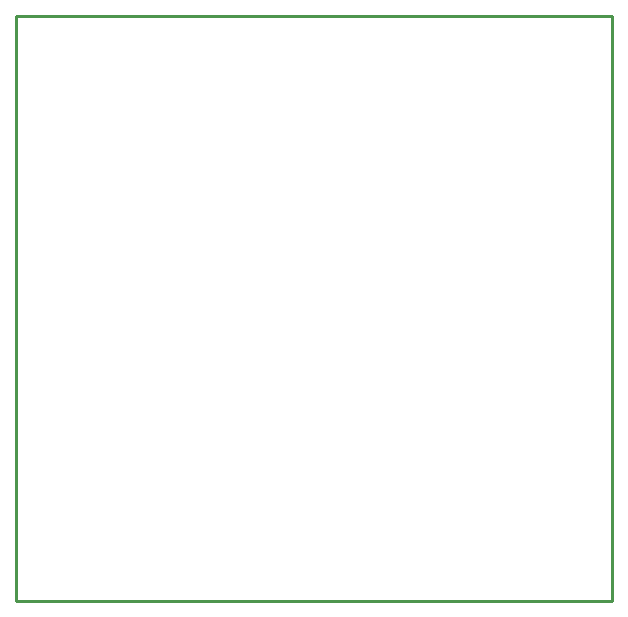
<source format=gbr>
G04 EAGLE Gerber X2 export*
%TF.Part,Single*%
%TF.FileFunction,Profile,NP*%
%TF.FilePolarity,Positive*%
%TF.GenerationSoftware,Autodesk,EAGLE,8.7.1*%
%TF.CreationDate,2018-04-12T17:58:56Z*%
G75*
%MOMM*%
%FSLAX34Y34*%
%LPD*%
%AMOC8*
5,1,8,0,0,1.08239X$1,22.5*%
G01*
%ADD10C,0.254000*%


D10*
X430124Y153111D02*
X934466Y153111D01*
X934466Y648311D01*
X430124Y648311D01*
X430124Y153111D01*
M02*

</source>
